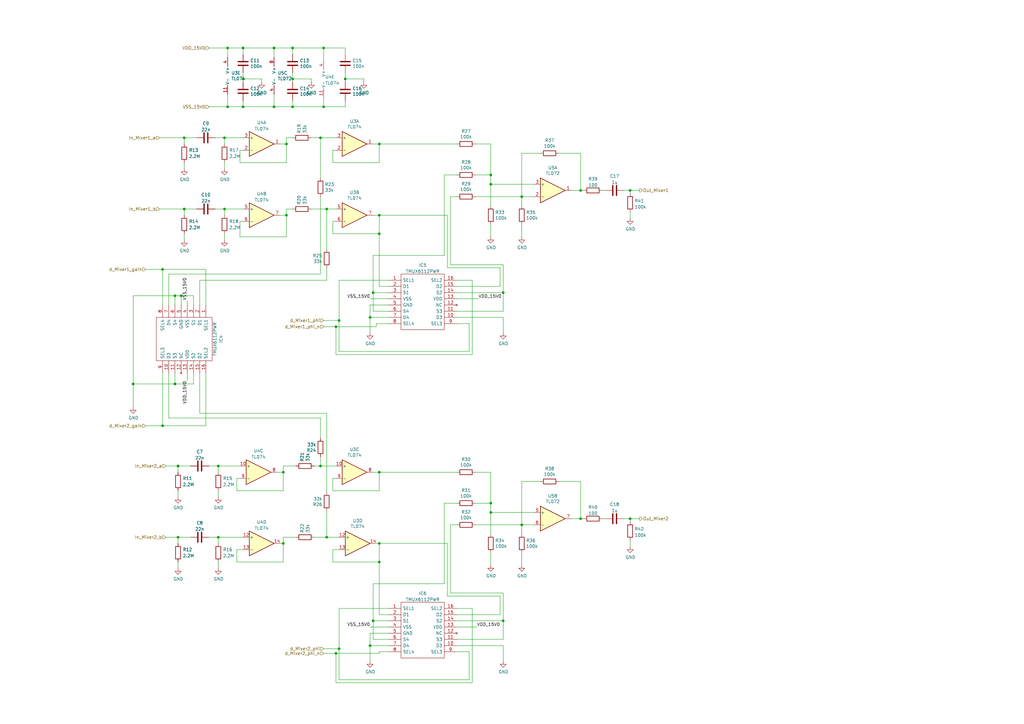
<source format=kicad_sch>
(kicad_sch (version 20211123) (generator eeschema)
  (paper "A3")
  (lib_symbols
    (symbol "Amplifier_Operational:TL072" (pin_names (offset 0.127))
      (property "Reference" "U" (at 0 5.08 0))
      (property "Value" "TL072" (at 0 -5.08 0))
      (symbol "TL072_1_1"
        (polyline (pts (xy -5.08 5.08) (xy 5.08 0) (xy -5.08 -5.08) (xy -5.08 5.08)) (stroke (width 0.254)) (fill (type background)))
        (pin output line (at 7.62 0 180) (length 2.54) (name "~") (number "1"))
        (pin input line (at -7.62 -2.54 0) (length 2.54) (name "-") (number "2"))
        (pin input line (at -7.62 2.54 0) (length 2.54) (name "+") (number "3"))
      )
      (symbol "TL072_2_1"
        (polyline (pts (xy -5.08 5.08) (xy 5.08 0) (xy -5.08 -5.08) (xy -5.08 5.08)) (stroke (width 0.254)) (fill (type background)))
        (pin input line (at -7.62 2.54 0) (length 2.54) (name "+") (number "5"))
        (pin input line (at -7.62 -2.54 0) (length 2.54) (name "-") (number "6"))
        (pin output line (at 7.62 0 180) (length 2.54) (name "~") (number "7"))
      )
      (symbol "TL072_3_1"
        (pin power_in line (at -2.54 -7.62 90) (length 3.81) (name "V-") (number "4"))
        (pin power_in line (at -2.54 7.62 270) (length 3.81) (name "V+") (number "8"))
      )
    )
    (symbol "Amplifier_Operational:TL074" (pin_names (offset 0.127))
      (property "Reference" "U" (at 0 5.08 0))
      (property "Value" "TL074" (at 0 -5.08 0))
      (symbol "TL074_1_1"
        (polyline (pts (xy -5.08 5.08) (xy 5.08 0) (xy -5.08 -5.08) (xy -5.08 5.08)) (stroke (width 0.254)) (fill (type background)))
        (pin output line (at 7.62 0 180) (length 2.54) (name "~") (number "1"))
        (pin input line (at -7.62 -2.54 0) (length 2.54) (name "-") (number "2"))
        (pin input line (at -7.62 2.54 0) (length 2.54) (name "+") (number "3"))
      )
      (symbol "TL074_2_1"
        (polyline (pts (xy -5.08 5.08) (xy 5.08 0) (xy -5.08 -5.08) (xy -5.08 5.08)) (stroke (width 0.254)) (fill (type background)))
        (pin input line (at -7.62 2.54 0) (length 2.54) (name "+") (number "5"))
        (pin input line (at -7.62 -2.54 0) (length 2.54) (name "-") (number "6"))
        (pin output line (at 7.62 0 180) (length 2.54) (name "~") (number "7"))
      )
      (symbol "TL074_3_1"
        (polyline (pts (xy -5.08 5.08) (xy 5.08 0) (xy -5.08 -5.08) (xy -5.08 5.08)) (stroke (width 0.254)) (fill (type background)))
        (pin input line (at -7.62 2.54 0) (length 2.54) (name "+") (number "10"))
        (pin output line (at 7.62 0 180) (length 2.54) (name "~") (number "8"))
        (pin input line (at -7.62 -2.54 0) (length 2.54) (name "-") (number "9"))
      )
      (symbol "TL074_4_1"
        (polyline (pts (xy -5.08 5.08) (xy 5.08 0) (xy -5.08 -5.08) (xy -5.08 5.08)) (stroke (width 0.254)) (fill (type background)))
        (pin input line (at -7.62 2.54 0) (length 2.54) (name "+") (number "12"))
        (pin input line (at -7.62 -2.54 0) (length 2.54) (name "-") (number "13"))
        (pin output line (at 7.62 0 180) (length 2.54) (name "~") (number "14"))
      )
      (symbol "TL074_5_1"
        (pin power_in line (at -2.54 -7.62 90) (length 3.81) (name "V-") (number "11"))
        (pin power_in line (at -2.54 7.62 270) (length 3.81) (name "V+") (number "4"))
      )
    )
    (symbol "Device:C" (pin_numbers hide) (pin_names (offset 0.254))
      (property "Reference" "C" (at 0.635 2.54 0))
      (property "Value" "C" (at 0.635 -2.54 0))
      (symbol "C_0_1"
        (polyline (pts (xy -2.032 -0.762) (xy 2.032 -0.762)) (stroke (width 0.508)))
        (polyline (pts (xy -2.032 0.762) (xy 2.032 0.762)) (stroke (width 0.508)))
      )
      (symbol "C_1_1"
        (pin passive line (at 0 3.81 270) (length 2.794) (name "~") (number "1"))
        (pin passive line (at 0 -3.81 90) (length 2.794) (name "~") (number "2"))
      )
    )
    (symbol "Device:R" (pin_numbers hide) (pin_names (offset 0))
      (property "Reference" "R" (at 2.032 0 90))
      (property "Value" "R" (at 0 0 90))
      (symbol "R_0_1"
        (rectangle (start -1.016 -2.54) (end 1.016 2.54) (stroke (width 0.254)))
      )
      (symbol "R_1_1"
        (pin passive line (at 0 3.81 270) (length 1.27) (name "~") (number "1"))
        (pin passive line (at 0 -3.81 90) (length 1.27) (name "~") (number "2"))
      )
    )
    (symbol "SamacSys_Parts:TMUX6112PWR" (pin_names (offset 0.762))
      (property "Reference" "IC" (at 24.13 7.62 0))
      (property "Value" "TMUX6112PWR" (at 24.13 5.08 0))
      (symbol "TMUX6112PWR_0_0"
        (pin input line (at 0 0 0) (length 5.08) (name "SEL1") (number "1"))
        (pin bidirectional line (at 27.94 -15.24 180) (length 5.08) (name "D3") (number "10"))
        (pin bidirectional line (at 27.94 -12.7 180) (length 5.08) (name "S3") (number "11"))
        (pin no_connect line (at 27.94 -10.16 180) (length 5.08) (name "NC") (number "12"))
        (pin power_in line (at 27.94 -7.62 180) (length 5.08) (name "VDD") (number "13"))
        (pin bidirectional line (at 27.94 -5.08 180) (length 5.08) (name "S2") (number "14"))
        (pin bidirectional line (at 27.94 -2.54 180) (length 5.08) (name "D2") (number "15"))
        (pin input line (at 27.94 0 180) (length 5.08) (name "SEL2") (number "16"))
        (pin bidirectional line (at 0 -2.54 0) (length 5.08) (name "D1") (number "2"))
        (pin bidirectional line (at 0 -5.08 0) (length 5.08) (name "S1") (number "3"))
        (pin power_in line (at 0 -7.62 0) (length 5.08) (name "VSS") (number "4"))
        (pin power_in line (at 0 -10.16 0) (length 5.08) (name "GND") (number "5"))
        (pin bidirectional line (at 0 -12.7 0) (length 5.08) (name "S4") (number "6"))
        (pin bidirectional line (at 0 -15.24 0) (length 5.08) (name "D4") (number "7"))
        (pin input line (at 0 -17.78 0) (length 5.08) (name "SEL4") (number "8"))
        (pin input line (at 27.94 -17.78 180) (length 5.08) (name "SEL3") (number "9"))
      )
      (symbol "TMUX6112PWR_0_1"
        (polyline (pts (xy 5.08 2.54) (xy 22.86 2.54) (xy 22.86 -20.32) (xy 5.08 -20.32) (xy 5.08 2.54)) (stroke (width 0.1524)))
      )
    )
    (symbol "power:GND" (power) (pin_names (offset 0))
      (property "Value" "GND" (at 0 -3.81 0))
      (symbol "GND_0_1"
        (polyline (pts (xy 0 0) (xy 0 -1.27) (xy 1.27 -1.27) (xy 0 -2.54) (xy -1.27 -1.27) (xy 0 -1.27)))
      )
      (symbol "GND_1_1"
        (pin power_in line (at 0 0 270) (length 0) hide (name "GND") (number "1"))
      )
    )
  )
  (junction (at 71.755 121.285))
  (junction (at 155.575 193.675))
  (junction (at 151.765 130.175))
  (junction (at 206.375 120.015))
  (junction (at 137.795 267.97))
  (junction (at 112.395 19.685))
  (junction (at 93.345 43.815))
  (junction (at 206.375 254.635))
  (junction (at 133.985 85.725))
  (junction (at 99.695 32.385))
  (junction (at 66.675 110.49))
  (junction (at 112.395 43.815))
  (junction (at 92.075 56.515))
  (junction (at 93.345 19.685))
  (junction (at 238.125 212.725))
  (junction (at 73.025 220.345))
  (junction (at 99.695 19.685))
  (junction (at 131.445 191.135))
  (junction (at 92.075 85.725))
  (junction (at 120.015 19.685))
  (junction (at 258.445 78.105))
  (junction (at 54.61 157.48))
  (junction (at 201.295 71.755))
  (junction (at 120.015 32.385))
  (junction (at 74.295 121.285))
  (junction (at 201.295 75.565))
  (junction (at 116.205 222.885))
  (junction (at 213.995 215.265))
  (junction (at 75.565 85.725))
  (junction (at 73.025 191.135))
  (junction (at 258.445 212.725))
  (junction (at 155.575 95.885))
  (junction (at 71.755 157.48))
  (junction (at 89.535 220.345))
  (junction (at 141.605 32.385))
  (junction (at 139.065 266.065))
  (junction (at 117.475 88.265))
  (junction (at 66.675 174.625))
  (junction (at 131.445 56.515))
  (junction (at 75.565 56.515))
  (junction (at 155.575 88.265))
  (junction (at 137.795 133.985))
  (junction (at 132.715 43.815))
  (junction (at 201.295 206.375))
  (junction (at 238.125 78.105))
  (junction (at 213.995 80.645))
  (junction (at 133.985 220.345))
  (junction (at 155.575 59.055))
  (junction (at 89.535 191.135))
  (junction (at 201.295 210.185))
  (junction (at 99.695 43.815))
  (junction (at 117.475 59.055))
  (junction (at 116.205 193.675))
  (junction (at 151.765 264.795))
  (junction (at 153.035 120.015))
  (junction (at 120.015 43.815))
  (junction (at 155.575 222.885))
  (junction (at 155.575 230.505))
  (junction (at 132.715 19.685))
  (junction (at 139.065 131.445))
  (junction (at 153.035 254.635))
  (wire (pts (xy 92.075 56.515) (xy 92.075 59.055)))
  (wire (pts (xy 234.315 212.725) (xy 238.125 212.725)))
  (wire (pts (xy 153.035 120.015) (xy 159.385 120.015)))
  (wire (pts (xy 139.065 249.555) (xy 139.065 266.065)))
  (wire (pts (xy 132.715 43.815) (xy 141.605 43.815)))
  (wire (pts (xy 155.575 66.675) (xy 136.525 66.675)))
  (wire (pts (xy 155.575 267.335) (xy 159.385 267.335)))
  (wire (pts (xy 98.425 196.215) (xy 97.155 196.215)))
  (wire (pts (xy 75.565 85.725) (xy 75.565 88.265)))
  (wire (pts (xy 139.065 266.065) (xy 139.065 278.765)))
  (wire (pts (xy 120.015 22.225) (xy 120.015 19.685)))
  (wire (pts (xy 132.715 267.97) (xy 137.795 267.97)))
  (wire (pts (xy 206.375 264.795) (xy 206.375 271.145)))
  (wire (pts (xy 155.575 95.885) (xy 155.575 117.475)))
  (wire (pts (xy 234.315 78.105) (xy 238.125 78.105)))
  (wire (pts (xy 187.325 267.335) (xy 192.405 267.335)))
  (wire (pts (xy 73.025 230.505) (xy 73.025 233.045)))
  (wire (pts (xy 155.575 59.055) (xy 187.325 59.055)))
  (wire (pts (xy 54.61 157.48) (xy 54.61 121.285)))
  (wire (pts (xy 137.795 267.97) (xy 155.575 267.97)))
  (wire (pts (xy 85.725 19.685) (xy 93.345 19.685)))
  (wire (pts (xy 184.785 108.585) (xy 206.375 108.585)))
  (wire (pts (xy 182.245 71.755) (xy 182.245 104.775)))
  (wire (pts (xy 213.995 97.155) (xy 213.995 92.075)))
  (wire (pts (xy 136.525 90.805) (xy 136.525 95.885)))
  (wire (pts (xy 69.215 171.45) (xy 69.215 153.035)))
  (wire (pts (xy 201.295 75.565) (xy 201.295 84.455)))
  (wire (pts (xy 201.295 210.185) (xy 201.295 219.075)))
  (wire (pts (xy 54.61 167.005) (xy 54.61 157.48)))
  (wire (pts (xy 84.455 174.625) (xy 84.455 153.035)))
  (wire (pts (xy 258.445 212.725) (xy 258.445 213.995)))
  (wire (pts (xy 187.325 80.645) (xy 184.785 80.645)))
  (wire (pts (xy 120.015 43.815) (xy 132.715 43.815)))
  (wire (pts (xy 149.225 32.385) (xy 149.225 33.655)))
  (wire (pts (xy 155.575 267.97) (xy 155.575 267.335)))
  (wire (pts (xy 93.345 43.815) (xy 93.345 38.735)))
  (wire (pts (xy 133.985 220.345) (xy 139.065 220.345)))
  (wire (pts (xy 133.985 85.725) (xy 137.795 85.725)))
  (wire (pts (xy 117.475 85.725) (xy 120.015 85.725)))
  (wire (pts (xy 131.445 191.135) (xy 131.445 187.325)))
  (wire (pts (xy 93.345 43.815) (xy 99.695 43.815)))
  (wire (pts (xy 120.015 19.685) (xy 132.715 19.685)))
  (wire (pts (xy 153.035 88.265) (xy 155.575 88.265)))
  (wire (pts (xy 112.395 19.685) (xy 112.395 23.495)))
  (wire (pts (xy 153.035 254.635) (xy 159.385 254.635)))
  (wire (pts (xy 192.405 144.145) (xy 192.405 132.715)))
  (wire (pts (xy 141.605 22.225) (xy 141.605 19.685)))
  (wire (pts (xy 92.075 85.725) (xy 92.075 88.265)))
  (wire (pts (xy 258.445 78.105) (xy 258.445 79.375)))
  (wire (pts (xy 187.325 71.755) (xy 182.245 71.755)))
  (wire (pts (xy 85.725 220.345) (xy 89.535 220.345)))
  (wire (pts (xy 73.025 191.135) (xy 78.105 191.135)))
  (wire (pts (xy 153.035 59.055) (xy 155.575 59.055)))
  (wire (pts (xy 187.325 257.175) (xy 195.58 257.175)))
  (wire (pts (xy 99.695 32.385) (xy 107.315 32.385)))
  (wire (pts (xy 99.695 61.595) (xy 98.425 61.595)))
  (wire (pts (xy 155.575 252.095) (xy 159.385 252.095)))
  (wire (pts (xy 99.695 32.385) (xy 99.695 29.845)))
  (wire (pts (xy 155.575 201.295) (xy 155.575 193.675)))
  (wire (pts (xy 153.035 120.015) (xy 153.035 127.635)))
  (wire (pts (xy 255.905 212.725) (xy 258.445 212.725)))
  (wire (pts (xy 153.035 104.775) (xy 153.035 120.015)))
  (wire (pts (xy 255.905 78.105) (xy 258.445 78.105)))
  (wire (pts (xy 213.995 215.265) (xy 213.995 197.485)))
  (wire (pts (xy 54.61 121.285) (xy 71.755 121.285)))
  (wire (pts (xy 213.995 80.645) (xy 219.075 80.645)))
  (wire (pts (xy 155.575 88.265) (xy 183.515 88.265)))
  (wire (pts (xy 133.985 85.725) (xy 133.985 102.235)))
  (wire (pts (xy 132.715 40.005) (xy 132.715 43.815)))
  (wire (pts (xy 116.205 222.885) (xy 116.205 220.345)))
  (wire (pts (xy 201.295 59.055) (xy 201.295 71.755)))
  (wire (pts (xy 238.125 212.725) (xy 239.395 212.725)))
  (wire (pts (xy 141.605 32.385) (xy 149.225 32.385)))
  (wire (pts (xy 120.015 41.275) (xy 120.015 43.815)))
  (wire (pts (xy 75.565 95.885) (xy 75.565 98.425)))
  (wire (pts (xy 193.675 249.555) (xy 187.325 249.555)))
  (wire (pts (xy 153.035 262.255) (xy 159.385 262.255)))
  (wire (pts (xy 89.535 230.505) (xy 89.535 233.045)))
  (wire (pts (xy 81.915 169.545) (xy 81.915 153.035)))
  (wire (pts (xy 127.635 32.385) (xy 127.635 33.655)))
  (wire (pts (xy 205.105 109.855) (xy 205.105 117.475)))
  (wire (pts (xy 151.765 264.795) (xy 159.385 264.795)))
  (wire (pts (xy 73.025 191.135) (xy 73.025 193.675)))
  (wire (pts (xy 205.105 244.475) (xy 205.105 252.095)))
  (wire (pts (xy 117.475 88.265) (xy 117.475 85.725)))
  (wire (pts (xy 201.295 210.185) (xy 219.075 210.185)))
  (wire (pts (xy 99.695 22.225) (xy 99.695 19.685)))
  (wire (pts (xy 117.475 59.055) (xy 117.475 56.515)))
  (wire (pts (xy 137.795 145.415) (xy 193.675 145.415)))
  (wire (pts (xy 132.715 19.685) (xy 132.715 24.765)))
  (wire (pts (xy 201.295 193.675) (xy 194.945 193.675)))
  (wire (pts (xy 153.035 239.395) (xy 153.035 254.635)))
  (wire (pts (xy 193.675 249.555) (xy 193.675 280.035)))
  (wire (pts (xy 97.155 225.425) (xy 97.155 230.505)))
  (wire (pts (xy 221.615 62.865) (xy 213.995 62.865)))
  (wire (pts (xy 120.015 32.385) (xy 120.015 29.845)))
  (wire (pts (xy 116.205 193.675) (xy 116.205 201.295)))
  (wire (pts (xy 75.565 85.725) (xy 80.645 85.725)))
  (wire (pts (xy 59.69 174.625) (xy 66.675 174.625)))
  (wire (pts (xy 113.665 193.675) (xy 116.205 193.675)))
  (wire (pts (xy 247.015 78.105) (xy 248.285 78.105)))
  (wire (pts (xy 92.075 56.515) (xy 99.695 56.515)))
  (wire (pts (xy 66.675 110.49) (xy 84.455 110.49)))
  (wire (pts (xy 117.475 66.675) (xy 117.475 59.055)))
  (wire (pts (xy 73.025 220.345) (xy 73.025 222.885)))
  (wire (pts (xy 120.015 43.815) (xy 112.395 43.815)))
  (wire (pts (xy 88.265 85.725) (xy 92.075 85.725)))
  (wire (pts (xy 75.565 56.515) (xy 80.645 56.515)))
  (wire (pts (xy 99.695 33.655) (xy 99.695 32.385)))
  (wire (pts (xy 139.065 266.065) (xy 132.715 266.065)))
  (wire (pts (xy 88.265 56.515) (xy 92.075 56.515)))
  (wire (pts (xy 116.205 220.345) (xy 121.285 220.345)))
  (wire (pts (xy 194.945 71.755) (xy 201.295 71.755)))
  (wire (pts (xy 238.125 62.865) (xy 229.235 62.865)))
  (wire (pts (xy 206.375 120.015) (xy 206.375 127.635)))
  (wire (pts (xy 183.515 244.475) (xy 205.105 244.475)))
  (wire (pts (xy 155.575 59.055) (xy 155.575 66.675)))
  (wire (pts (xy 258.445 221.615) (xy 258.445 224.155)))
  (wire (pts (xy 131.445 56.515) (xy 127.635 56.515)))
  (wire (pts (xy 116.205 191.135) (xy 121.285 191.135)))
  (wire (pts (xy 139.065 131.445) (xy 132.715 131.445)))
  (wire (pts (xy 137.795 90.805) (xy 136.525 90.805)))
  (wire (pts (xy 155.575 193.675) (xy 187.325 193.675)))
  (wire (pts (xy 184.785 243.205) (xy 206.375 243.205)))
  (wire (pts (xy 183.515 109.855) (xy 205.105 109.855)))
  (wire (pts (xy 79.375 121.285) (xy 74.295 121.285)))
  (wire (pts (xy 136.525 225.425) (xy 136.525 230.505)))
  (wire (pts (xy 187.325 264.795) (xy 206.375 264.795)))
  (wire (pts (xy 71.755 121.285) (xy 71.755 125.095)))
  (wire (pts (xy 117.475 56.515) (xy 120.015 56.515)))
  (wire (pts (xy 136.525 201.295) (xy 155.575 201.295)))
  (wire (pts (xy 136.525 196.215) (xy 136.525 201.295)))
  (wire (pts (xy 258.445 212.725) (xy 262.255 212.725)))
  (wire (pts (xy 112.395 43.815) (xy 112.395 38.735)))
  (wire (pts (xy 120.015 19.685) (xy 112.395 19.685)))
  (wire (pts (xy 238.125 212.725) (xy 238.125 197.485)))
  (wire (pts (xy 139.065 131.445) (xy 139.065 144.145)))
  (wire (pts (xy 194.945 80.645) (xy 213.995 80.645)))
  (wire (pts (xy 193.675 114.935) (xy 193.675 145.415)))
  (wire (pts (xy 136.525 230.505) (xy 155.575 230.505)))
  (wire (pts (xy 213.995 80.645) (xy 213.995 62.865)))
  (wire (pts (xy 133.985 220.345) (xy 133.985 209.55)))
  (wire (pts (xy 151.765 259.715) (xy 159.385 259.715)))
  (wire (pts (xy 73.025 220.345) (xy 67.945 220.345)))
  (wire (pts (xy 75.565 66.675) (xy 75.565 69.215)))
  (wire (pts (xy 131.445 56.515) (xy 137.795 56.515)))
  (wire (pts (xy 127.635 85.725) (xy 133.985 85.725)))
  (wire (pts (xy 187.325 254.635) (xy 206.375 254.635)))
  (wire (pts (xy 136.525 95.885) (xy 155.575 95.885)))
  (wire (pts (xy 183.515 88.265) (xy 183.515 109.855)))
  (wire (pts (xy 76.835 123.19) (xy 76.835 125.095)))
  (wire (pts (xy 89.535 191.135) (xy 98.425 191.135)))
  (wire (pts (xy 132.715 19.685) (xy 141.605 19.685)))
  (wire (pts (xy 206.375 130.175) (xy 206.375 136.525)))
  (wire (pts (xy 139.065 114.935) (xy 139.065 131.445)))
  (wire (pts (xy 153.035 127.635) (xy 159.385 127.635)))
  (wire (pts (xy 194.945 215.265) (xy 213.995 215.265)))
  (wire (pts (xy 74.295 121.285) (xy 74.295 125.095)))
  (wire (pts (xy 155.575 222.885) (xy 155.575 230.505)))
  (wire (pts (xy 187.325 206.375) (xy 182.245 206.375)))
  (wire (pts (xy 128.905 220.345) (xy 133.985 220.345)))
  (wire (pts (xy 201.295 59.055) (xy 194.945 59.055)))
  (wire (pts (xy 137.795 133.985) (xy 137.795 145.415)))
  (wire (pts (xy 194.945 206.375) (xy 201.295 206.375)))
  (wire (pts (xy 151.765 259.715) (xy 151.765 264.795)))
  (wire (pts (xy 238.125 78.105) (xy 238.125 62.865)))
  (wire (pts (xy 139.065 278.765) (xy 192.405 278.765)))
  (wire (pts (xy 89.535 220.345) (xy 99.695 220.345)))
  (wire (pts (xy 201.295 75.565) (xy 219.075 75.565)))
  (wire (pts (xy 187.325 262.255) (xy 206.375 262.255)))
  (wire (pts (xy 75.565 85.725) (xy 65.405 85.725)))
  (wire (pts (xy 89.535 191.135) (xy 89.535 193.675)))
  (wire (pts (xy 84.455 110.49) (xy 84.455 125.095)))
  (wire (pts (xy 213.995 215.265) (xy 213.995 219.075)))
  (wire (pts (xy 131.445 191.135) (xy 137.795 191.135)))
  (wire (pts (xy 137.795 133.985) (xy 154.305 133.985)))
  (wire (pts (xy 73.025 220.345) (xy 78.105 220.345)))
  (wire (pts (xy 153.035 254.635) (xy 153.035 262.255)))
  (wire (pts (xy 79.375 125.095) (xy 79.375 121.285)))
  (wire (pts (xy 192.405 278.765) (xy 192.405 267.335)))
  (wire (pts (xy 59.69 110.49) (xy 66.675 110.49)))
  (wire (pts (xy 182.245 104.775) (xy 153.035 104.775)))
  (wire (pts (xy 128.905 191.135) (xy 131.445 191.135)))
  (wire (pts (xy 133.985 169.545) (xy 81.915 169.545)))
  (wire (pts (xy 93.345 19.685) (xy 99.695 19.685)))
  (wire (pts (xy 92.075 66.675) (xy 92.075 69.215)))
  (wire (pts (xy 107.315 32.385) (xy 107.315 33.655)))
  (wire (pts (xy 258.445 86.995) (xy 258.445 89.535)))
  (wire (pts (xy 206.375 254.635) (xy 206.375 262.255)))
  (wire (pts (xy 114.935 59.055) (xy 117.475 59.055)))
  (wire (pts (xy 238.125 78.105) (xy 239.395 78.105)))
  (wire (pts (xy 213.995 80.645) (xy 213.995 84.455)))
  (wire (pts (xy 187.325 215.265) (xy 184.785 215.265)))
  (wire (pts (xy 73.025 201.295) (xy 73.025 203.835)))
  (wire (pts (xy 99.695 90.805) (xy 98.425 90.805)))
  (wire (pts (xy 133.985 109.855) (xy 133.985 114.935)))
  (wire (pts (xy 238.125 197.485) (xy 229.235 197.485)))
  (wire (pts (xy 79.375 157.48) (xy 79.375 153.035)))
  (wire (pts (xy 155.575 117.475) (xy 159.385 117.475)))
  (wire (pts (xy 155.575 230.505) (xy 155.575 252.095)))
  (wire (pts (xy 187.325 252.095) (xy 205.105 252.095)))
  (wire (pts (xy 66.675 174.625) (xy 84.455 174.625)))
  (wire (pts (xy 133.985 114.935) (xy 81.915 114.935)))
  (wire (pts (xy 141.605 32.385) (xy 141.605 29.845)))
  (wire (pts (xy 97.155 225.425) (xy 99.695 225.425)))
  (wire (pts (xy 155.575 222.885) (xy 154.305 222.885)))
  (wire (pts (xy 99.695 19.685) (xy 112.395 19.685)))
  (wire (pts (xy 75.565 56.515) (xy 65.405 56.515)))
  (wire (pts (xy 182.245 239.395) (xy 153.035 239.395)))
  (wire (pts (xy 201.295 193.675) (xy 201.295 206.375)))
  (wire (pts (xy 98.425 97.155) (xy 117.475 97.155)))
  (wire (pts (xy 131.445 112.395) (xy 69.215 112.395)))
  (wire (pts (xy 139.065 114.935) (xy 159.385 114.935)))
  (wire (pts (xy 151.765 125.095) (xy 159.385 125.095)))
  (wire (pts (xy 97.155 196.215) (xy 97.155 201.295)))
  (wire (pts (xy 137.795 196.215) (xy 136.525 196.215)))
  (wire (pts (xy 71.755 153.035) (xy 71.755 157.48)))
  (wire (pts (xy 99.695 43.815) (xy 112.395 43.815)))
  (wire (pts (xy 116.205 193.675) (xy 116.205 191.135)))
  (wire (pts (xy 66.675 110.49) (xy 66.675 125.095)))
  (wire (pts (xy 139.065 144.145) (xy 192.405 144.145)))
  (wire (pts (xy 71.755 121.285) (xy 74.295 121.285)))
  (wire (pts (xy 221.615 197.485) (xy 213.995 197.485)))
  (wire (pts (xy 136.525 61.595) (xy 137.795 61.595)))
  (wire (pts (xy 93.345 23.495) (xy 93.345 19.685)))
  (wire (pts (xy 151.765 125.095) (xy 151.765 130.175)))
  (wire (pts (xy 151.765 264.795) (xy 151.765 271.145)))
  (wire (pts (xy 131.445 56.515) (xy 131.445 73.025)))
  (wire (pts (xy 187.325 122.555) (xy 196.215 122.555)))
  (wire (pts (xy 73.025 191.135) (xy 67.945 191.135)))
  (wire (pts (xy 71.755 157.48) (xy 54.61 157.48)))
  (wire (pts (xy 155.575 88.265) (xy 155.575 95.885)))
  (wire (pts (xy 184.785 80.645) (xy 184.785 108.585)))
  (wire (pts (xy 131.445 171.45) (xy 69.215 171.45)))
  (wire (pts (xy 131.445 179.705) (xy 131.445 171.45)))
  (wire (pts (xy 201.295 97.155) (xy 201.295 92.075)))
  (wire (pts (xy 155.575 222.885) (xy 183.515 222.885)))
  (wire (pts (xy 75.565 56.515) (xy 75.565 59.055)))
  (wire (pts (xy 213.995 215.265) (xy 219.075 215.265)))
  (wire (pts (xy 66.675 174.625) (xy 66.675 153.035)))
  (wire (pts (xy 92.075 85.725) (xy 99.695 85.725)))
  (wire (pts (xy 71.755 157.48) (xy 79.375 157.48)))
  (wire (pts (xy 114.935 88.265) (xy 117.475 88.265)))
  (wire (pts (xy 193.675 114.935) (xy 187.325 114.935)))
  (wire (pts (xy 201.295 231.775) (xy 201.295 226.695)))
  (wire (pts (xy 141.605 41.275) (xy 141.605 43.815)))
  (wire (pts (xy 97.155 230.505) (xy 116.205 230.505)))
  (wire (pts (xy 120.015 32.385) (xy 127.635 32.385)))
  (wire (pts (xy 85.725 43.815) (xy 93.345 43.815)))
  (wire (pts (xy 69.215 112.395) (xy 69.215 125.095)))
  (wire (pts (xy 133.985 201.93) (xy 133.985 169.545)))
  (wire (pts (xy 89.535 201.295) (xy 89.535 203.835)))
  (wire (pts (xy 153.035 193.675) (xy 155.575 193.675)))
  (wire (pts (xy 187.325 127.635) (xy 206.375 127.635)))
  (wire (pts (xy 206.375 108.585) (xy 206.375 120.015)))
  (wire (pts (xy 201.295 206.375) (xy 201.295 210.185)))
  (wire (pts (xy 187.325 120.015) (xy 206.375 120.015)))
  (wire (pts (xy 187.325 132.715) (xy 192.405 132.715)))
  (wire (pts (xy 117.475 97.155) (xy 117.475 88.265)))
  (wire (pts (xy 85.725 191.135) (xy 89.535 191.135)))
  (wire (pts (xy 132.715 133.985) (xy 137.795 133.985)))
  (wire (pts (xy 99.695 41.275) (xy 99.695 43.815)))
  (wire (pts (xy 258.445 78.105) (xy 262.255 78.105)))
  (wire (pts (xy 139.065 225.425) (xy 136.525 225.425)))
  (wire (pts (xy 137.795 280.035) (xy 193.675 280.035)))
  (wire (pts (xy 98.425 61.595) (xy 98.425 66.675)))
  (wire (pts (xy 151.765 257.175) (xy 159.385 257.175)))
  (wire (pts (xy 76.835 153.035) (xy 76.835 156.21)))
  (wire (pts (xy 187.325 130.175) (xy 206.375 130.175)))
  (wire (pts (xy 97.155 201.295) (xy 116.205 201.295)))
  (wire (pts (xy 137.795 267.97) (xy 137.795 280.035)))
  (wire (pts (xy 213.995 231.775) (xy 213.995 226.695)))
  (wire (pts (xy 141.605 33.655) (xy 141.605 32.385)))
  (wire (pts (xy 247.015 212.725) (xy 248.285 212.725)))
  (wire (pts (xy 182.245 206.375) (xy 182.245 239.395)))
  (wire (pts (xy 131.445 80.645) (xy 131.445 112.395)))
  (wire (pts (xy 184.785 215.265) (xy 184.785 243.205)))
  (wire (pts (xy 136.525 66.675) (xy 136.525 61.595)))
  (wire (pts (xy 98.425 66.675) (xy 117.475 66.675)))
  (wire (pts (xy 154.305 132.715) (xy 159.385 132.715)))
  (wire (pts (xy 151.765 130.175) (xy 151.765 136.525)))
  (wire (pts (xy 89.535 220.345) (xy 89.535 222.885)))
  (wire (pts (xy 114.935 222.885) (xy 116.205 222.885)))
  (wire (pts (xy 187.325 117.475) (xy 205.105 117.475)))
  (wire (pts (xy 154.305 133.985) (xy 154.305 132.715)))
  (wire (pts (xy 139.065 249.555) (xy 159.385 249.555)))
  (wire (pts (xy 98.425 90.805) (xy 98.425 97.155)))
  (wire (pts (xy 92.075 95.885) (xy 92.075 98.425)))
  (wire (pts (xy 201.295 71.755) (xy 201.295 75.565)))
  (wire (pts (xy 151.765 122.555) (xy 159.385 122.555)))
  (wire (pts (xy 151.765 130.175) (xy 159.385 130.175)))
  (wire (pts (xy 81.915 114.935) (xy 81.915 125.095)))
  (wire (pts (xy 116.205 230.505) (xy 116.205 222.885)))
  (wire (pts (xy 183.515 222.885) (xy 183.515 244.475)))
  (wire (pts (xy 206.375 243.205) (xy 206.375 254.635)))
  (wire (pts (xy 120.015 33.655) (xy 120.015 32.385)))
  (label "VSS_15V0" (at 151.765 122.555 180))
  (label "VSS_15V0" (at 151.765 257.175 180))
  (label "VSS_15V0" (at 76.835 123.19 90))
  (label "VDD_15V0" (at 196.215 122.555 0))
  (label "VDD_15V0" (at 76.835 156.21 270))
  (label "VDD_15V0" (at 195.58 257.175 0))
  (hierarchical_label "d_Mixer2_phi_n" (shape input) (at 132.715 267.97 180))
  (hierarchical_label "Out_Mixer2" (shape output) (at 262.255 212.725 0))
  (hierarchical_label "d_Mixer1_phi" (shape input) (at 132.715 131.445 180))
  (hierarchical_label "VSS_15V0" (shape input) (at 85.725 43.815 180))
  (hierarchical_label "d_Mixer1_gain" (shape input) (at 59.69 110.49 180))
  (hierarchical_label "In_Mixer2_a" (shape input) (at 67.945 191.135 180))
  (hierarchical_label "VDD_15V0" (shape input) (at 85.725 19.685 180))
  (hierarchical_label "d_Mixer2_phi" (shape input) (at 132.715 266.065 180))
  (hierarchical_label "In_Mixer1_a" (shape input) (at 65.405 56.515 180))
  (hierarchical_label "In_Mixer1_b" (shape input) (at 65.405 85.725 180))
  (hierarchical_label "Out_Mixer1" (shape output) (at 262.255 78.105 0))
  (hierarchical_label "d_Mixer2_gain" (shape input) (at 59.69 174.625 180))
  (hierarchical_label "In_Mixer2_b" (shape input) (at 67.945 220.345 180))
  (hierarchical_label "d_Mixer1_phi_n" (shape input) (at 132.715 133.985 180))
  (symbol (lib_id "Amplifier_Operational:TL074") (at 145.415 59.055 0) (unit 1)
    (property "Reference" "U3" (at 145.415 49.7332 0))
    (property "Value" "TL074" (at 145.415 52.0446 0))
    (property "Footprint" "SamacSys_Parts:SOIC127P600X175-14N" (effects hide))
    (property "Datasheet" "http://www.ti.com/lit/ds/symlink/tl071.pdf" (effects hide))
  )
  (symbol (lib_id "Amplifier_Operational:TL074") (at 145.415 88.265 0) (unit 2)
    (property "Reference" "U3" (at 145.415 78.9432 0))
    (property "Value" "TL074" (at 145.415 81.2546 0))
    (property "Footprint" "SamacSys_Parts:SOIC127P600X175-14N" (effects hide))
    (property "Datasheet" "http://www.ti.com/lit/ds/symlink/tl071.pdf" (effects hide))
  )
  (symbol (lib_id "Amplifier_Operational:TL072") (at 226.695 78.105 0) (unit 1)
    (property "Reference" "U5" (at 226.695 68.7832 0))
    (property "Value" "TL072" (at 226.695 71.0946 0))
    (property "Footprint" "Package_SO:SOIC-8_3.9x4.9mm_P1.27mm" (effects hide))
    (property "Datasheet" "http://www.ti.com/lit/ds/symlink/tl071.pdf" (effects hide))
  )
  (symbol (lib_id "Device:R") (at 225.425 62.865 270) (unit 1)
    (property "Reference" "R37" (at 225.425 57.6072 90))
    (property "Value" "100k" (at 225.425 59.9186 90))
    (property "Footprint" "Resistor_SMD:R_0805_2012Metric_Pad1.20x1.40mm_HandSolder" (effects hide))
  )
  (symbol (lib_id "Amplifier_Operational:TL072") (at 114.935 31.115 0) (unit 3)
    (property "Reference" "U5" (at 113.8682 29.9466 0) (effects (justify left)))
    (property "Value" "TL072" (at 113.8682 32.258 0) (effects (justify left)))
    (property "Footprint" "Package_SO:SOIC-8_3.9x4.9mm_P1.27mm" (effects hide))
    (property "Datasheet" "http://www.ti.com/lit/ds/symlink/tl071.pdf" (effects hide))
  )
  (symbol (lib_id "Amplifier_Operational:TL074") (at 95.885 31.115 0) (unit 5)
    (property "Reference" "U3" (at 94.8182 29.9466 0) (effects (justify left)))
    (property "Value" "TL074" (at 94.8182 32.258 0) (effects (justify left)))
    (property "Footprint" "SamacSys_Parts:SOIC127P600X175-14N" (effects hide))
    (property "Datasheet" "http://www.ti.com/lit/ds/symlink/tl071.pdf" (effects hide))
  )
  (symbol (lib_id "Device:C") (at 120.015 26.035 0) (unit 1)
    (property "Reference" "C13" (at 122.936 24.8666 0) (effects (justify left)))
    (property "Value" "100n" (at 122.936 27.178 0) (effects (justify left)))
    (property "Footprint" "Capacitor_SMD:C_1206_3216Metric_Pad1.33x1.80mm_HandSolder" (effects hide))
  )
  (symbol (lib_id "Device:C") (at 120.015 37.465 0) (unit 1)
    (property "Reference" "C14" (at 122.936 36.2966 0) (effects (justify left)))
    (property "Value" "100n" (at 122.936 38.608 0) (effects (justify left)))
    (property "Footprint" "Capacitor_SMD:C_1206_3216Metric_Pad1.33x1.80mm_HandSolder" (effects hide))
  )
  (symbol (lib_id "power:GND") (at 127.635 33.655 0) (unit 1)
    (property "Reference" "#PWR042" (effects hide))
    (property "Value" "GND" (at 127.762 38.0492 0))
  )
  (symbol (lib_id "Device:R") (at 201.295 88.265 180) (unit 1)
    (property "Reference" "R33" (at 203.073 87.0966 0) (effects (justify right)))
    (property "Value" "100k" (at 203.073 89.408 0) (effects (justify right)))
    (property "Footprint" "Resistor_SMD:R_0805_2012Metric_Pad1.20x1.40mm_HandSolder" (effects hide))
  )
  (symbol (lib_id "power:GND") (at 201.295 97.155 0) (unit 1)
    (property "Reference" "#PWR046" (effects hide))
    (property "Value" "GND" (at 201.422 101.5492 0))
  )
  (symbol (lib_id "Device:R") (at 191.135 59.055 270) (mirror x) (unit 1)
    (property "Reference" "R27" (at 191.135 53.7972 90))
    (property "Value" "100k" (at 191.135 56.1086 90))
    (property "Footprint" "Resistor_SMD:R_0805_2012Metric_Pad1.20x1.40mm_HandSolder" (effects hide))
  )
  (symbol (lib_id "power:GND") (at 151.765 136.525 0) (unit 1)
    (property "Reference" "#PWR044" (effects hide))
    (property "Value" "GND" (at 151.892 140.9192 0))
  )
  (symbol (lib_id "Device:R") (at 191.135 71.755 90) (unit 1)
    (property "Reference" "R28" (at 191.135 66.4972 90))
    (property "Value" "100k" (at 191.135 68.8086 90))
    (property "Footprint" "Resistor_SMD:R_0805_2012Metric_Pad1.20x1.40mm_HandSolder" (effects hide))
  )
  (symbol (lib_id "Device:R") (at 191.135 80.645 270) (mirror x) (unit 1)
    (property "Reference" "R29" (at 191.135 75.3872 90))
    (property "Value" "100k" (at 191.135 77.6986 90))
    (property "Footprint" "Resistor_SMD:R_0805_2012Metric_Pad1.20x1.40mm_HandSolder" (effects hide))
  )
  (symbol (lib_id "power:GND") (at 206.375 136.525 0) (unit 1)
    (property "Reference" "#PWR048" (effects hide))
    (property "Value" "GND" (at 206.502 140.9192 0))
  )
  (symbol (lib_id "Device:R") (at 213.995 88.265 180) (unit 1)
    (property "Reference" "R35" (at 215.773 87.0966 0) (effects (justify right)))
    (property "Value" "100k" (at 215.773 89.408 0) (effects (justify right)))
    (property "Footprint" "Resistor_SMD:R_0805_2012Metric_Pad1.20x1.40mm_HandSolder" (effects hide))
  )
  (symbol (lib_id "power:GND") (at 213.995 97.155 0) (unit 1)
    (property "Reference" "#PWR050" (effects hide))
    (property "Value" "GND" (at 214.122 101.5492 0))
  )
  (symbol (lib_id "Device:R") (at 123.825 56.515 90) (unit 1)
    (property "Reference" "R19" (at 122.6566 54.737 0) (effects (justify left)))
    (property "Value" "33k" (at 124.968 54.737 0) (effects (justify left)))
    (property "Footprint" "Resistor_SMD:R_0805_2012Metric_Pad1.20x1.40mm_HandSolder" (effects hide))
  )
  (symbol (lib_id "Device:R") (at 131.445 76.835 0) (unit 1)
    (property "Reference" "R23" (at 133.223 75.6666 0) (effects (justify left)))
    (property "Value" "33k" (at 133.223 77.978 0) (effects (justify left)))
    (property "Footprint" "Resistor_SMD:R_0805_2012Metric_Pad1.20x1.40mm_HandSolder" (effects hide))
  )
  (symbol (lib_id "Device:R") (at 123.825 85.725 90) (unit 1)
    (property "Reference" "R20" (at 122.6566 83.947 0) (effects (justify left)))
    (property "Value" "33k" (at 124.968 83.947 0) (effects (justify left)))
    (property "Footprint" "Resistor_SMD:R_0805_2012Metric_Pad1.20x1.40mm_HandSolder" (effects hide))
  )
  (symbol (lib_id "Device:R") (at 133.985 106.045 0) (mirror y) (unit 1)
    (property "Reference" "R25" (at 132.207 104.8766 0) (effects (justify left)))
    (property "Value" "33k" (at 132.207 107.188 0) (effects (justify left)))
    (property "Footprint" "Resistor_SMD:R_0805_2012Metric_Pad1.20x1.40mm_HandSolder" (effects hide))
  )
  (symbol (lib_id "Device:R") (at 225.425 197.485 270) (unit 1)
    (property "Reference" "R38" (at 225.425 192.2272 90))
    (property "Value" "100k" (at 225.425 194.5386 90))
    (property "Footprint" "Resistor_SMD:R_0805_2012Metric_Pad1.20x1.40mm_HandSolder" (effects hide))
  )
  (symbol (lib_id "Device:R") (at 201.295 222.885 180) (unit 1)
    (property "Reference" "R34" (at 203.073 221.7166 0) (effects (justify right)))
    (property "Value" "100k" (at 203.073 224.028 0) (effects (justify right)))
    (property "Footprint" "Resistor_SMD:R_0805_2012Metric_Pad1.20x1.40mm_HandSolder" (effects hide))
  )
  (symbol (lib_id "power:GND") (at 201.295 231.775 0) (unit 1)
    (property "Reference" "#PWR047" (effects hide))
    (property "Value" "GND" (at 201.422 236.1692 0))
  )
  (symbol (lib_id "Device:R") (at 191.135 193.675 90) (unit 1)
    (property "Reference" "R30" (at 191.135 188.4172 90))
    (property "Value" "100k" (at 191.135 190.7286 90))
    (property "Footprint" "Resistor_SMD:R_0805_2012Metric_Pad1.20x1.40mm_HandSolder" (effects hide))
  )
  (symbol (lib_id "power:GND") (at 151.765 271.145 0) (unit 1)
    (property "Reference" "#PWR045" (effects hide))
    (property "Value" "GND" (at 151.892 275.5392 0))
  )
  (symbol (lib_id "Device:R") (at 191.135 206.375 90) (unit 1)
    (property "Reference" "R31" (at 191.135 201.1172 90))
    (property "Value" "100k" (at 191.135 203.4286 90))
    (property "Footprint" "Resistor_SMD:R_0805_2012Metric_Pad1.20x1.40mm_HandSolder" (effects hide))
  )
  (symbol (lib_id "Device:R") (at 191.135 215.265 90) (unit 1)
    (property "Reference" "R32" (at 191.135 210.0072 90))
    (property "Value" "100k" (at 191.135 212.3186 90))
    (property "Footprint" "Resistor_SMD:R_0805_2012Metric_Pad1.20x1.40mm_HandSolder" (effects hide))
  )
  (symbol (lib_id "power:GND") (at 206.375 271.145 0) (unit 1)
    (property "Reference" "#PWR049" (effects hide))
    (property "Value" "GND" (at 206.502 275.5392 0))
  )
  (symbol (lib_id "Device:R") (at 213.995 222.885 180) (unit 1)
    (property "Reference" "R36" (at 215.773 221.7166 0) (effects (justify right)))
    (property "Value" "100k" (at 215.773 224.028 0) (effects (justify right)))
    (property "Footprint" "Resistor_SMD:R_0805_2012Metric_Pad1.20x1.40mm_HandSolder" (effects hide))
  )
  (symbol (lib_id "power:GND") (at 213.995 231.775 0) (unit 1)
    (property "Reference" "#PWR051" (effects hide))
    (property "Value" "GND" (at 214.122 236.1692 0))
  )
  (symbol (lib_id "Device:R") (at 125.095 191.135 90) (unit 1)
    (property "Reference" "R21" (at 123.9266 189.357 0) (effects (justify left)))
    (property "Value" "33k" (at 126.238 189.357 0) (effects (justify left)))
    (property "Footprint" "Resistor_SMD:R_0805_2012Metric_Pad1.20x1.40mm_HandSolder" (effects hide))
  )
  (symbol (lib_id "Device:R") (at 131.445 183.515 180) (unit 1)
    (property "Reference" "R24" (at 129.667 184.6834 0) (effects (justify left)))
    (property "Value" "33k" (at 129.667 182.372 0) (effects (justify left)))
    (property "Footprint" "Resistor_SMD:R_0805_2012Metric_Pad1.20x1.40mm_HandSolder" (effects hide))
  )
  (symbol (lib_id "Device:R") (at 125.095 220.345 90) (unit 1)
    (property "Reference" "R22" (at 123.9266 218.567 0) (effects (justify left)))
    (property "Value" "33k" (at 126.238 218.567 0) (effects (justify left)))
    (property "Footprint" "Resistor_SMD:R_0805_2012Metric_Pad1.20x1.40mm_HandSolder" (effects hide))
  )
  (symbol (lib_id "Device:R") (at 133.985 205.74 180) (unit 1)
    (property "Reference" "R26" (at 132.207 206.9084 0) (effects (justify left)))
    (property "Value" "33k" (at 132.207 204.597 0) (effects (justify left)))
    (property "Footprint" "Resistor_SMD:R_0805_2012Metric_Pad1.20x1.40mm_HandSolder" (effects hide))
  )
  (symbol (lib_id "Amplifier_Operational:TL074") (at 145.415 193.675 0) (unit 3)
    (property "Reference" "U3" (at 145.415 184.3532 0))
    (property "Value" "TL074" (at 145.415 186.6646 0))
    (property "Footprint" "SamacSys_Parts:SOIC127P600X175-14N" (effects hide))
    (property "Datasheet" "http://www.ti.com/lit/ds/symlink/tl071.pdf" (effects hide))
  )
  (symbol (lib_id "Amplifier_Operational:TL074") (at 146.685 222.885 0) (unit 4)
    (property "Reference" "U3" (at 146.685 213.5632 0))
    (property "Value" "TL074" (at 146.685 215.8746 0))
    (property "Footprint" "SamacSys_Parts:SOIC127P600X175-14N" (effects hide))
    (property "Datasheet" "http://www.ti.com/lit/ds/symlink/tl071.pdf" (effects hide))
  )
  (symbol (lib_id "Amplifier_Operational:TL072") (at 226.695 212.725 0) (unit 2)
    (property "Reference" "U5" (at 226.695 203.4032 0))
    (property "Value" "TL072" (at 226.695 205.7146 0))
    (property "Footprint" "Package_SO:SOIC-8_3.9x4.9mm_P1.27mm" (effects hide))
    (property "Datasheet" "http://www.ti.com/lit/ds/symlink/tl071.pdf" (effects hide))
  )
  (symbol (lib_id "Device:R") (at 73.025 226.695 0) (unit 1)
    (property "Reference" "R12" (at 74.93 225.4249 0) (effects (justify left)))
    (property "Value" "2.2M" (at 74.93 227.9649 0) (effects (justify left)))
    (property "Footprint" "Resistor_SMD:R_0805_2012Metric_Pad1.20x1.40mm_HandSolder" (effects hide))
  )
  (symbol (lib_id "power:GND") (at 75.565 69.215 0) (unit 1)
    (property "Reference" "#PWR035" (effects hide))
    (property "Value" "GND" (at 75.692 73.6092 0))
  )
  (symbol (lib_id "Device:C") (at 99.695 26.035 0) (unit 1)
    (property "Reference" "C11" (at 102.616 24.8666 0) (effects (justify left)))
    (property "Value" "100n" (at 102.616 27.178 0) (effects (justify left)))
    (property "Footprint" "Capacitor_SMD:C_1206_3216Metric_Pad1.33x1.80mm_HandSolder" (effects hide))
  )
  (symbol (lib_id "power:GND") (at 54.61 167.005 0) (unit 1)
    (property "Reference" "#PWR032" (effects hide))
    (property "Value" "GND" (at 54.737 171.3992 0))
  )
  (symbol (lib_id "Device:C") (at 252.095 78.105 90) (unit 1)
    (property "Reference" "C17" (at 252.095 72.2462 90))
    (property "Value" "1u" (at 252.095 74.7831 90))
    (property "Footprint" "Capacitor_SMD:C_1206_3216Metric_Pad1.33x1.80mm_HandSolder" (effects hide))
  )
  (symbol (lib_id "Device:C") (at 141.605 26.035 0) (unit 1)
    (property "Reference" "C15" (at 144.526 24.8666 0) (effects (justify left)))
    (property "Value" "100n" (at 144.526 27.178 0) (effects (justify left)))
    (property "Footprint" "Capacitor_SMD:C_1206_3216Metric_Pad1.33x1.80mm_HandSolder" (effects hide))
  )
  (symbol (lib_id "power:GND") (at 258.445 224.155 0) (unit 1)
    (property "Reference" "#PWR053" (effects hide))
    (property "Value" "GND" (at 258.572 228.5492 0))
  )
  (symbol (lib_id "SamacSys_Parts:TMUX6112PWR") (at 159.385 249.555 0) (unit 1)
    (property "Reference" "IC6" (at 173.355 243.366 0))
    (property "Value" "TMUX6112PWR" (at 173.355 245.9029 0))
    (property "Footprint" "SamacSys_Parts:SOP65P640X120-16N" (effects hide))
    (property "Datasheet" "http://www.ti.com/lit/ds/symlink/tmux6112.pdf" (effects hide))
    (property "Description" "Analog Switch ICs 36-V, Low Capacitance, Low-Leakage-Current, Precision, Quad SPST Switches (Normally Open) 16-TSSOP -40 to 125" (effects hide))
    (property "Height" "1.2" (effects hide))
    (property "Manufacturer_Name" "Texas Instruments" (effects hide))
    (property "Manufacturer_Part_Number" "TMUX6112PWR" (effects hide))
    (property "Mouser Part Number" "595-TMUX6112PWR" (effects hide))
    (property "Mouser Price/Stock" "https://www.mouser.co.uk/ProductDetail/Texas-Instruments/TMUX6112PWR?qs=lc2O%252BfHJPVapObCKrxF4jQ%3D%3D" (effects hide))
    (property "Arrow Part Number" "TMUX6112PWR" (effects hide))
    (property "Arrow Price/Stock" "https://www.arrow.com/en/products/tmux6112pwr/texas-instruments?region=nac" (effects hide))
  )
  (symbol (lib_id "Device:C") (at 81.915 191.135 90) (unit 1)
    (property "Reference" "C7" (at 81.915 185.2762 90))
    (property "Value" "22n" (at 81.915 187.8131 90))
    (property "Footprint" "Capacitor_SMD:C_1206_3216Metric_Pad1.33x1.80mm_HandSolder" (effects hide))
  )
  (symbol (lib_id "Device:R") (at 75.565 62.865 0) (unit 1)
    (property "Reference" "R13" (at 77.47 61.5949 0) (effects (justify left)))
    (property "Value" "2.2M" (at 77.47 64.1349 0) (effects (justify left)))
    (property "Footprint" "Resistor_SMD:R_0805_2012Metric_Pad1.20x1.40mm_HandSolder" (effects hide))
  )
  (symbol (lib_id "power:GND") (at 258.445 89.535 0) (unit 1)
    (property "Reference" "#PWR052" (effects hide))
    (property "Value" "GND" (at 258.572 93.9292 0))
  )
  (symbol (lib_id "power:GND") (at 73.025 233.045 0) (unit 1)
    (property "Reference" "#PWR034" (effects hide))
    (property "Value" "GND" (at 73.152 237.4392 0))
  )
  (symbol (lib_id "SamacSys_Parts:TMUX6112PWR") (at 84.455 125.095 270) (unit 1)
    (property "Reference" "IC4" (at 90.644 139.065 0))
    (property "Value" "TMUX6112PWR" (at 88.1071 139.065 0))
    (property "Footprint" "SamacSys_Parts:SOP65P640X120-16N" (effects hide))
    (property "Datasheet" "http://www.ti.com/lit/ds/symlink/tmux6112.pdf" (effects hide))
    (property "Description" "Analog Switch ICs 36-V, Low Capacitance, Low-Leakage-Current, Precision, Quad SPST Switches (Normally Open) 16-TSSOP -40 to 125" (effects hide))
    (property "Height" "1.2" (effects hide))
    (property "Manufacturer_Name" "Texas Instruments" (effects hide))
    (property "Manufacturer_Part_Number" "TMUX6112PWR" (effects hide))
    (property "Mouser Part Number" "595-TMUX6112PWR" (effects hide))
    (property "Mouser Price/Stock" "https://www.mouser.co.uk/ProductDetail/Texas-Instruments/TMUX6112PWR?qs=lc2O%252BfHJPVapObCKrxF4jQ%3D%3D" (effects hide))
    (property "Arrow Part Number" "TMUX6112PWR" (effects hide))
    (property "Arrow Price/Stock" "https://www.arrow.com/en/products/tmux6112pwr/texas-instruments?region=nac" (effects hide))
  )
  (symbol (lib_id "Device:R") (at 89.535 197.485 0) (unit 1)
    (property "Reference" "R15" (at 91.44 196.2149 0) (effects (justify left)))
    (property "Value" "2.2M" (at 91.44 198.7549 0) (effects (justify left)))
    (property "Footprint" "Resistor_SMD:R_0805_2012Metric_Pad1.20x1.40mm_HandSolder" (effects hide))
  )
  (symbol (lib_id "Amplifier_Operational:TL074") (at 107.315 59.055 0) (unit 1)
    (property "Reference" "U4" (at 107.315 50.2752 0))
    (property "Value" "TL074" (at 107.315 52.8121 0))
    (property "Footprint" "SamacSys_Parts:SOIC127P600X175-14N" (effects hide))
    (property "Datasheet" "http://www.ti.com/lit/ds/symlink/tl071.pdf" (effects hide))
  )
  (symbol (lib_id "Device:R") (at 243.205 212.725 90) (unit 1)
    (property "Reference" "R40" (at 243.205 208.0092 90))
    (property "Value" "100" (at 243.205 210.5461 90))
    (property "Footprint" "Resistor_SMD:R_0805_2012Metric_Pad1.20x1.40mm_HandSolder" (effects hide))
  )
  (symbol (lib_id "Amplifier_Operational:TL074") (at 106.045 193.675 0) (unit 3)
    (property "Reference" "U4" (at 106.045 184.8952 0))
    (property "Value" "TL074" (at 106.045 187.4321 0))
    (property "Footprint" "SamacSys_Parts:SOIC127P600X175-14N" (effects hide))
    (property "Datasheet" "http://www.ti.com/lit/ds/symlink/tl071.pdf" (effects hide))
  )
  (symbol (lib_id "power:GND") (at 89.535 233.045 0) (unit 1)
    (property "Reference" "#PWR038" (effects hide))
    (property "Value" "GND" (at 89.662 237.4392 0))
  )
  (symbol (lib_id "Device:R") (at 243.205 78.105 90) (unit 1)
    (property "Reference" "R39" (at 243.205 73.3892 90))
    (property "Value" "100" (at 243.205 75.9261 90))
    (property "Footprint" "Resistor_SMD:R_0805_2012Metric_Pad1.20x1.40mm_HandSolder" (effects hide))
  )
  (symbol (lib_id "power:GND") (at 149.225 33.655 0) (unit 1)
    (property "Reference" "#PWR043" (effects hide))
    (property "Value" "GND" (at 149.352 38.0492 0))
  )
  (symbol (lib_id "Device:R") (at 73.025 197.485 0) (unit 1)
    (property "Reference" "R11" (at 74.93 196.2149 0) (effects (justify left)))
    (property "Value" "2.2M" (at 74.93 198.7549 0) (effects (justify left)))
    (property "Footprint" "Resistor_SMD:R_0805_2012Metric_Pad1.20x1.40mm_HandSolder" (effects hide))
  )
  (symbol (lib_id "power:GND") (at 73.025 203.835 0) (unit 1)
    (property "Reference" "#PWR033" (effects hide))
    (property "Value" "GND" (at 73.152 208.2292 0))
  )
  (symbol (lib_id "Device:C") (at 84.455 85.725 90) (unit 1)
    (property "Reference" "C10" (at 84.455 79.8662 90))
    (property "Value" "22n" (at 84.455 82.4031 90))
    (property "Footprint" "Capacitor_SMD:C_1206_3216Metric_Pad1.33x1.80mm_HandSolder" (effects hide))
  )
  (symbol (lib_id "Device:C") (at 99.695 37.465 0) (unit 1)
    (property "Reference" "C12" (at 102.616 36.2966 0) (effects (justify left)))
    (property "Value" "100n" (at 102.616 38.608 0) (effects (justify left)))
    (property "Footprint" "Capacitor_SMD:C_1206_3216Metric_Pad1.33x1.80mm_HandSolder" (effects hide))
  )
  (symbol (lib_id "Device:R") (at 89.535 226.695 0) (unit 1)
    (property "Reference" "R16" (at 91.44 225.4249 0) (effects (justify left)))
    (property "Value" "2.2M" (at 91.44 227.9649 0) (effects (justify left)))
    (property "Footprint" "Resistor_SMD:R_0805_2012Metric_Pad1.20x1.40mm_HandSolder" (effects hide))
  )
  (symbol (lib_id "Amplifier_Operational:TL074") (at 107.315 222.885 0) (unit 4)
    (property "Reference" "U4" (at 107.315 214.1052 0))
    (property "Value" "TL074" (at 107.315 216.6421 0))
    (property "Footprint" "SamacSys_Parts:SOIC127P600X175-14N" (effects hide))
    (property "Datasheet" "http://www.ti.com/lit/ds/symlink/tl071.pdf" (effects hide))
  )
  (symbol (lib_id "Device:C") (at 84.455 56.515 90) (unit 1)
    (property "Reference" "C9" (at 84.455 50.6562 90))
    (property "Value" "22n" (at 84.455 53.1931 90))
    (property "Footprint" "Capacitor_SMD:C_1206_3216Metric_Pad1.33x1.80mm_HandSolder" (effects hide))
  )
  (symbol (lib_id "SamacSys_Parts:TMUX6112PWR") (at 159.385 114.935 0) (unit 1)
    (property "Reference" "IC5" (at 173.355 108.746 0))
    (property "Value" "TMUX6112PWR" (at 173.355 111.2829 0))
    (property "Footprint" "SamacSys_Parts:SOP65P640X120-16N" (effects hide))
    (property "Datasheet" "http://www.ti.com/lit/ds/symlink/tmux6112.pdf" (effects hide))
    (property "Description" "Analog Switch ICs 36-V, Low Capacitance, Low-Leakage-Current, Precision, Quad SPST Switches (Normally Open) 16-TSSOP -40 to 125" (effects hide))
    (property "Height" "1.2" (effects hide))
    (property "Manufacturer_Name" "Texas Instruments" (effects hide))
    (property "Manufacturer_Part_Number" "TMUX6112PWR" (effects hide))
    (property "Mouser Part Number" "595-TMUX6112PWR" (effects hide))
    (property "Mouser Price/Stock" "https://www.mouser.co.uk/ProductDetail/Texas-Instruments/TMUX6112PWR?qs=lc2O%252BfHJPVapObCKrxF4jQ%3D%3D" (effects hide))
    (property "Arrow Part Number" "TMUX6112PWR" (effects hide))
    (property "Arrow Price/Stock" "https://www.arrow.com/en/products/tmux6112pwr/texas-instruments?region=nac" (effects hide))
  )
  (symbol (lib_id "power:GND") (at 89.535 203.835 0) (unit 1)
    (property "Reference" "#PWR037" (effects hide))
    (property "Value" "GND" (at 89.662 208.2292 0))
  )
  (symbol (lib_id "power:GND") (at 75.565 98.425 0) (unit 1)
    (property "Reference" "#PWR036" (effects hide))
    (property "Value" "GND" (at 75.692 102.8192 0))
  )
  (symbol (lib_id "Amplifier_Operational:TL074") (at 107.315 88.265 0) (unit 2)
    (property "Reference" "U4" (at 107.315 79.4852 0))
    (property "Value" "TL074" (at 107.315 82.0221 0))
    (property "Footprint" "SamacSys_Parts:SOIC127P600X175-14N" (effects hide))
    (property "Datasheet" "http://www.ti.com/lit/ds/symlink/tl071.pdf" (effects hide))
  )
  (symbol (lib_id "power:GND") (at 107.315 33.655 0) (unit 1)
    (property "Reference" "#PWR041" (effects hide))
    (property "Value" "GND" (at 107.442 38.0492 0))
  )
  (symbol (lib_id "Device:R") (at 92.075 62.865 0) (unit 1)
    (property "Reference" "R17" (at 93.98 61.5949 0) (effects (justify left)))
    (property "Value" "2.2M" (at 93.98 64.1349 0) (effects (justify left)))
    (property "Footprint" "Resistor_SMD:R_0805_2012Metric_Pad1.20x1.40mm_HandSolder" (effects hide))
  )
  (symbol (lib_id "Device:R") (at 258.445 217.805 0) (mirror y) (unit 1)
    (property "Reference" "R42" (at 260.223 216.9703 0) (effects (justify right)))
    (property "Value" "100k" (at 260.223 219.5072 0) (effects (justify right)))
    (property "Footprint" "Resistor_SMD:R_0805_2012Metric_Pad1.20x1.40mm_HandSolder" (effects hide))
  )
  (symbol (lib_id "Device:C") (at 252.095 212.725 90) (unit 1)
    (property "Reference" "C18" (at 252.095 206.8662 90))
    (property "Value" "1u" (at 252.095 209.4031 90))
    (property "Footprint" "Capacitor_SMD:C_1206_3216Metric_Pad1.33x1.80mm_HandSolder" (effects hide))
  )
  (symbol (lib_id "Device:R") (at 258.445 83.185 0) (unit 1)
    (property "Reference" "R41" (at 260.223 82.3503 0) (effects (justify left)))
    (property "Value" "100k" (at 260.223 84.8872 0) (effects (justify left)))
    (property "Footprint" "Resistor_SMD:R_0805_2012Metric_Pad1.20x1.40mm_HandSolder" (effects hide))
  )
  (symbol (lib_id "power:GND") (at 92.075 98.425 0) (unit 1)
    (property "Reference" "#PWR040" (effects hide))
    (property "Value" "GND" (at 92.202 102.8192 0))
  )
  (symbol (lib_id "Device:R") (at 92.075 92.075 0) (unit 1)
    (property "Reference" "R18" (at 93.98 90.8049 0) (effects (justify left)))
    (property "Value" "2.2M" (at 93.98 93.3449 0) (effects (justify left)))
    (property "Footprint" "Resistor_SMD:R_0805_2012Metric_Pad1.20x1.40mm_HandSolder" (effects hide))
  )
  (symbol (lib_id "Amplifier_Operational:TL074") (at 135.255 32.385 0) (unit 5)
    (property "Reference" "U4" (at 133.35 31.5503 0) (effects (justify left)))
    (property "Value" "TL074" (at 133.35 34.0872 0) (effects (justify left)))
    (property "Footprint" "SamacSys_Parts:SOIC127P600X175-14N" (effects hide))
    (property "Datasheet" "http://www.ti.com/lit/ds/symlink/tl071.pdf" (effects hide))
  )
  (symbol (lib_id "power:GND") (at 92.075 69.215 0) (unit 1)
    (property "Reference" "#PWR039" (effects hide))
    (property "Value" "GND" (at 92.202 73.6092 0))
  )
  (symbol (lib_id "Device:C") (at 81.915 220.345 90) (unit 1)
    (property "Reference" "C8" (at 81.915 214.4862 90))
    (property "Value" "22n" (at 81.915 217.0231 90))
    (property "Footprint" "Capacitor_SMD:C_1206_3216Metric_Pad1.33x1.80mm_HandSolder" (effects hide))
  )
  (symbol (lib_id "Device:R") (at 75.565 92.075 0) (unit 1)
    (property "Reference" "R14" (at 77.47 90.8049 0) (effects (justify left)))
    (property "Value" "2.2M" (at 77.47 93.3449 0) (effects (justify left)))
    (property "Footprint" "Resistor_SMD:R_0805_2012Metric_Pad1.20x1.40mm_HandSolder" (effects hide))
  )
  (symbol (lib_id "Device:C") (at 141.605 37.465 0) (unit 1)
    (property "Reference" "C16" (at 144.526 36.2966 0) (effects (justify left)))
    (property "Value" "100n" (at 144.526 38.608 0) (effects (justify left)))
    (property "Footprint" "Capacitor_SMD:C_1206_3216Metric_Pad1.33x1.80mm_HandSolder" (effects hide))
  )
)
</source>
